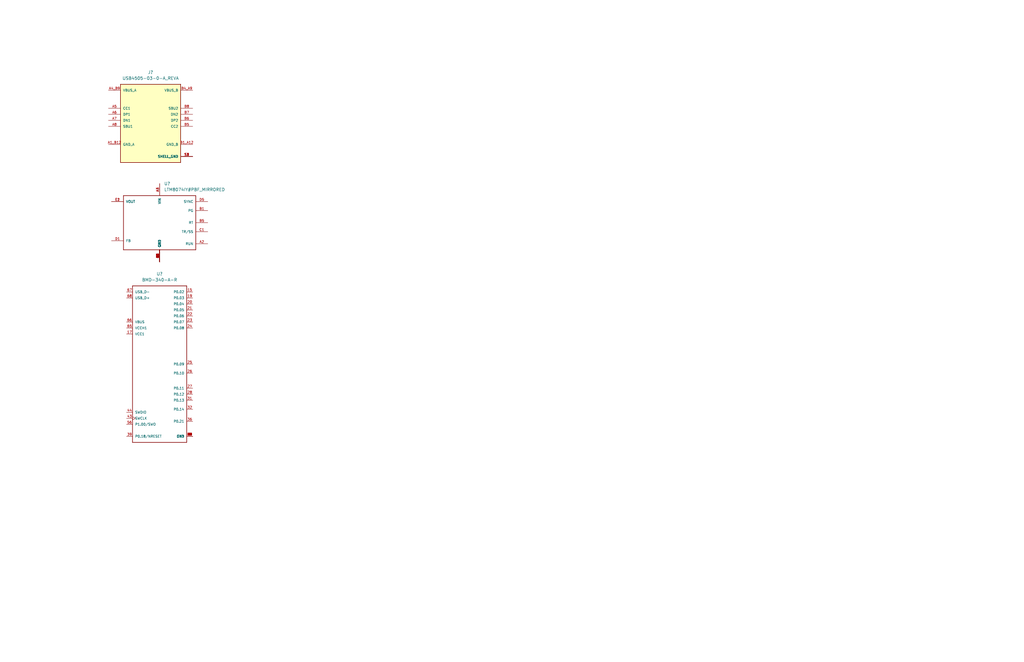
<source format=kicad_sch>
(kicad_sch (version 20211123) (generator eeschema)
  (paper "B")
  (title_block (title "PDSupply Duo") (date "2022-03-05") (rev "1"))
  (lib_symbols
    (symbol "BMD-340-A-R:BMD-340-A-R" (pin_names (offset 1.016))
      (property "Reference" "U" (at -10.2108 43.3324 0))
      (property "Value" "BMD-340-A-R" (at -10.2108 -25.6286 0))
      (symbol "BMD-340-A-R_0_0"
        (polyline (pts (xy -10.16 -22.86) (xy -10.16 43.18)) (stroke (width 0.254)))
        (polyline (pts (xy -10.16 43.18) (xy 12.7 43.18)) (stroke (width 0.254)))
        (polyline (pts (xy 12.7 -22.86) (xy -10.16 -22.86)) (stroke (width 0.254)))
        (polyline (pts (xy 12.7 43.18) (xy 12.7 -22.86)) (stroke (width 0.254)))
        (pin power_in line (at 15.24 -20.32 180) (length 2.54) (name "GND") (number "1"))
        (pin bidirectional line (at 15.24 40.64 180) (length 2.54) (name "P0.02") (number "15"))
        (pin power_in line (at 15.24 -20.32 180) (length 2.54) (name "GND") (number "16"))
        (pin power_in line (at -12.7 22.86 0) (length 2.54) (name "VCC1") (number "17"))
        (pin power_in line (at 15.24 -20.32 180) (length 2.54) (name "GND") (number "18"))
        (pin bidirectional line (at 15.24 38.1 180) (length 2.54) (name "P0.03") (number "19"))
        (pin power_in line (at 15.24 -20.32 180) (length 2.54) (name "GND") (number "2"))
        (pin bidirectional line (at 15.24 35.56 180) (length 2.54) (name "P0.04") (number "20"))
        (pin bidirectional line (at 15.24 33.02 180) (length 2.54) (name "P0.05") (number "21"))
        (pin bidirectional line (at 15.24 30.48 180) (length 2.54) (name "P0.06") (number "22"))
        (pin bidirectional line (at 15.24 27.94 180) (length 2.54) (name "P0.07") (number "23"))
        (pin bidirectional line (at 15.24 25.4 180) (length 2.54) (name "P0.08") (number "24"))
        (pin bidirectional line (at 15.24 10.16 180) (length 2.54) (name "P0.09") (number "25"))
        (pin bidirectional line (at 15.24 6.35 180) (length 2.54) (name "P0.10") (number "26"))
        (pin bidirectional line (at 15.24 0 180) (length 2.54) (name "P0.11") (number "27"))
        (pin bidirectional line (at 15.24 -2.54 180) (length 2.54) (name "P0.12") (number "28"))
        (pin power_in line (at 15.24 -20.32 180) (length 2.54) (name "GND") (number "29"))
        (pin power_in line (at 15.24 -20.32 180) (length 2.54) (name "GND") (number "3"))
        (pin power_in line (at 15.24 -20.32 180) (length 2.54) (name "GND") (number "30"))
        (pin bidirectional line (at 15.24 -5.08 180) (length 2.54) (name "P0.13") (number "31"))
        (pin bidirectional line (at 15.24 -13.97 180) (length 2.54) (name "P0.21") (number "36"))
        (pin bidirectional line (at -12.7 -20.32 0) (length 2.54) (name "P0.18/NRESET") (number "39"))
        (pin power_in line (at 15.24 -20.32 180) (length 2.54) (name "GND") (number "4"))
        (pin input clock (at -12.7 -12.7 0) (length 2.54) (name "SWCLK") (number "43"))
        (pin bidirectional line (at -12.7 -10.16 0) (length 2.54) (name "SWDIO") (number "44"))
        (pin power_in line (at 15.24 -20.32 180) (length 2.54) (name "GND") (number "45"))
        (pin power_in line (at 15.24 -20.32 180) (length 2.54) (name "GND") (number "46"))
        (pin power_in line (at 15.24 -20.32 180) (length 2.54) (name "GND") (number "47"))
        (pin power_in line (at 15.24 -20.32 180) (length 2.54) (name "GND") (number "5"))
        (pin power_in line (at 15.24 -20.32 180) (length 2.54) (name "GND") (number "55"))
        (pin bidirectional line (at -12.7 -15.24 0) (length 2.54) (name "P1.00/SWO") (number "56"))
        (pin power_in line (at -12.7 25.4 0) (length 2.54) (name "VCCH1") (number "65"))
        (pin power_in line (at -12.7 27.94 0) (length 2.54) (name "VBUS") (number "66"))
        (pin bidirectional line (at -12.7 40.64 0) (length 2.54) (name "USB_D-") (number "67"))
        (pin bidirectional line (at -12.7 38.1 0) (length 2.54) (name "USB_D+") (number "68"))
      )
      (symbol "BMD-340-A-R_1_1"
        (pin bidirectional line (at 15.24 -8.89 180) (length 2.54) (name "P0.14") (number "32"))
      )
    )
    (symbol "LTM8074IY_PBF:LTM8074IY#PBF_MIRRORED" (pin_names (offset 1.016))
      (property "Reference" "U" (at -15.24 13.97 0))
      (property "Value" "LTM8074IY#PBF_MIRRORED" (at -15.24 -11.43 0))
      (symbol "LTM8074IY#PBF_MIRRORED_0_0"
        (polyline (pts (xy -15.24 -10.16) (xy -15.24 12.7)) (stroke (width 0.254)))
        (polyline (pts (xy -15.24 12.7) (xy 15.24 12.7)) (stroke (width 0.254)))
        (polyline (pts (xy 15.24 -10.16) (xy -15.24 -10.16)) (stroke (width 0.254)))
        (polyline (pts (xy 15.24 12.7) (xy 15.24 -10.16)) (stroke (width 0.254)))
        (pin power_in line (at 0 -15.24 90) (length 5.08) (name "GND") (number "A1"))
        (pin input line (at 20.32 -7.62 180) (length 5.08) (name "RUN") (number "A2"))
        (pin input line (at 0 17.78 270) (length 5.08) (name "VIN") (number "A3"))
        (pin input line (at 0 17.78 270) (length 5.08) (name "VIN") (number "A4"))
        (pin power_in line (at 0 -15.24 90) (length 5.08) (name "GND") (number "A5"))
        (pin output line (at 20.32 6.35 180) (length 5.08) (name "PG") (number "B1"))
        (pin power_in line (at 0 -15.24 90) (length 5.08) (name "GND") (number "B2"))
        (pin power_in line (at 0 -15.24 90) (length 5.08) (name "GND") (number "B3"))
        (pin power_in line (at 0 -15.24 90) (length 5.08) (name "GND") (number "B4"))
        (pin passive line (at 20.32 1.27 180) (length 5.08) (name "RT") (number "B5"))
        (pin bidirectional line (at 20.32 -2.54 180) (length 5.08) (name "TR/SS") (number "C1"))
        (pin power_in line (at 0 -15.24 90) (length 5.08) (name "GND") (number "C2"))
        (pin power_in line (at 0 -15.24 90) (length 5.08) (name "GND") (number "C3"))
        (pin power_in line (at 0 -15.24 90) (length 5.08) (name "GND") (number "C4"))
        (pin power_in line (at 0 -15.24 90) (length 5.08) (name "GND") (number "C5"))
        (pin input line (at -20.32 -6.35 0) (length 5.08) (name "FB") (number "D1"))
        (pin power_in line (at 0 -15.24 90) (length 5.08) (name "GND") (number "D2"))
        (pin power_in line (at 0 -15.24 90) (length 5.08) (name "GND") (number "D3"))
        (pin power_in line (at 0 -15.24 90) (length 5.08) (name "GND") (number "D4"))
        (pin input line (at 20.32 10.16 180) (length 5.08) (name "SYNC") (number "D5"))
        (pin output line (at -20.32 10.16 0) (length 5.08) (name "VOUT") (number "E1"))
        (pin output line (at -20.32 10.16 0) (length 5.08) (name "VOUT") (number "E2"))
        (pin power_in line (at 0 -15.24 90) (length 5.08) (name "GND") (number "E3"))
        (pin power_in line (at 0 -15.24 90) (length 5.08) (name "GND") (number "E4"))
        (pin power_in line (at 0 -15.24 90) (length 5.08) (name "GND") (number "E5"))
      )
    )
    (symbol "USB4505-03-0-A_REVA:USB4505-03-0-A_REVA" (pin_names (offset 1.016))
      (property "Reference" "J" (at -12.7 16.002 0))
      (property "Value" "USB4505-03-0-A_REVA" (at -12.7 -18.542 0))
      (symbol "USB4505-03-0-A_REVA_0_0"
        (rectangle (start -12.7 -17.78) (end 12.7 15.24) (stroke (width 0.254)) (fill (type background)))
        (pin power_in line (at -17.78 -10.16 0) (length 5.08) (name "GND_A") (number "A1_B12"))
        (pin power_in line (at -17.78 12.7 0) (length 5.08) (name "VBUS_A") (number "A4_B9"))
        (pin bidirectional line (at -17.78 5.08 0) (length 5.08) (name "CC1") (number "A5"))
        (pin bidirectional line (at -17.78 2.54 0) (length 5.08) (name "DP1") (number "A6"))
        (pin bidirectional line (at -17.78 0 0) (length 5.08) (name "DN1") (number "A7"))
        (pin bidirectional line (at -17.78 -2.54 0) (length 5.08) (name "SBU1") (number "A8"))
        (pin power_in line (at 17.78 -10.16 180) (length 5.08) (name "GND_B") (number "B1_A12"))
        (pin power_in line (at 17.78 12.7 180) (length 5.08) (name "VBUS_B") (number "B4_A9"))
        (pin bidirectional line (at 17.78 -2.54 180) (length 5.08) (name "CC2") (number "B5"))
        (pin bidirectional line (at 17.78 0 180) (length 5.08) (name "DP2") (number "B6"))
        (pin bidirectional line (at 17.78 2.54 180) (length 5.08) (name "DN2") (number "B7"))
        (pin bidirectional line (at 17.78 5.08 180) (length 5.08) (name "SBU2") (number "B8"))
        (pin power_in line (at 17.78 -15.24 180) (length 5.08) (name "SHELL_GND") (number "S1"))
        (pin power_in line (at 17.78 -15.24 180) (length 5.08) (name "SHELL_GND") (number "S2"))
        (pin power_in line (at 17.78 -15.24 180) (length 5.08) (name "SHELL_GND") (number "S3"))
        (pin power_in line (at 17.78 -15.24 180) (length 5.08) (name "SHELL_GND") (number "S4"))
      )
    )
  )
  (symbol (lib_id "LTM8074IY_PBF:LTM8074IY#PBF_MIRRORED") (at 67.31 95.25 0) (unit 1)
    (property "Reference" "U?" (at 69.1897 77.47 0) (effects (justify left)))
    (property "Value" "LTM8074IY#PBF_MIRRORED" (at 69.1897 80.01 0) (effects (justify left)))
    (property "Footprint" "BGA25C65P5X5_400X400X198N" (effects hide))
    (property "Datasheet" "A" (effects hide))
    (property "Field4" "IPC 7351B" (effects hide))
    (property "Field5" "1.98 mm" (effects hide))
    (property "Field6" "Analog Devices" (effects hide))
  )
  (symbol (lib_id "BMD-340-A-R:BMD-340-A-R") (at 66.04 163.83 0) (unit 1)
    (property "Reference" "U?" (at 67.31 115.57 0))
    (property "Value" "BMD-340-A-R" (at 67.31 118.11 0))
    (property "Footprint" "RIGADO_BMD-340-A-R" (effects hide))
    (property "Datasheet" "Rigado" (effects hide))
    (property "Field4" "None" (effects hide))
    (property "Field5" "Unavailable" (effects hide))
    (property "Field6" "Bluetooth Low Energy 5.0 Module" (effects hide))
    (property "Field7" "BMD-340-A-R" (effects hide))
    (property "Field8" "10.66 USD" (effects hide))
  )
  (symbol (lib_id "USB4505-03-0-A_REVA:USB4505-03-0-A_REVA") (at 63.5 50.8 0) (unit 1)
    (property "Reference" "J?" (at 63.5 30.48 0))
    (property "Value" "USB4505-03-0-A_REVA" (at 63.5 33.02 0))
    (property "Footprint" "GCT_USB4505-03-0-A_REVA" (effects hide))
    (property "PARTREV" "A" (effects hide))
    (property "MAXIMUM_PACKAGE_HEIGHT" "2.46mm" (effects hide))
    (property "STANDARD" "Manufacturer Recommendations" (effects hide))
    (property "MANUFACTURER" "GCT" (effects hide))
  )
)
</source>
